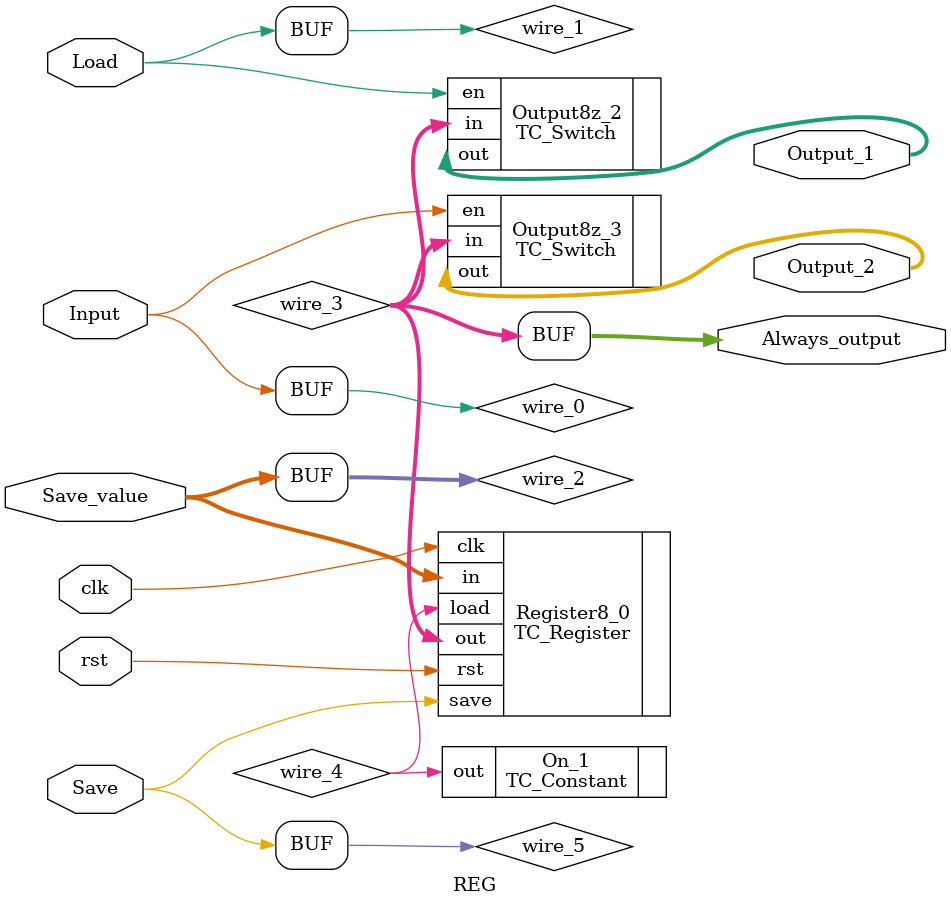
<source format=v>
module REG (clk, rst, Load, Input, Save_value, Save, Always_output, Output_1, Output_2);
  parameter UUID = 0;
  parameter NAME = "";
  input wire clk;
  input wire rst;

  input  wire [0:0] Load;
  input  wire [0:0] Input;
  input  wire [7:0] Save_value;
  input  wire [0:0] Save;
  output  wire [7:0] Always_output;
  output  wire [7:0] Output_1;
  output  wire [7:0] Output_2;

  TC_Register # (.UUID(64'd1 ^ UUID), .BIT_WIDTH(64'd8)) Register8_0 (.clk(clk), .rst(rst), .load(wire_4), .save(wire_5), .in(wire_2), .out(wire_3));
  TC_Constant # (.UUID(64'd2 ^ UUID), .BIT_WIDTH(64'd1), .value(1'd1)) On_1 (.out(wire_4));
  TC_Switch # (.UUID(64'd3587491547824661070 ^ UUID), .BIT_WIDTH(64'd8)) Output8z_2 (.en(wire_1), .in(wire_3), .out(Output_1));
  TC_Switch # (.UUID(64'd4473759167700893639 ^ UUID), .BIT_WIDTH(64'd8)) Output8z_3 (.en(wire_0), .in(wire_3), .out(Output_2));

  wire [0:0] wire_0;
  assign wire_0 = Input;
  wire [0:0] wire_1;
  assign wire_1 = Load;
  wire [7:0] wire_2;
  assign wire_2 = Save_value;
  wire [7:0] wire_3;
  assign Always_output = wire_3;
  wire [0:0] wire_4;
  wire [0:0] wire_5;
  assign wire_5 = Save;

endmodule

</source>
